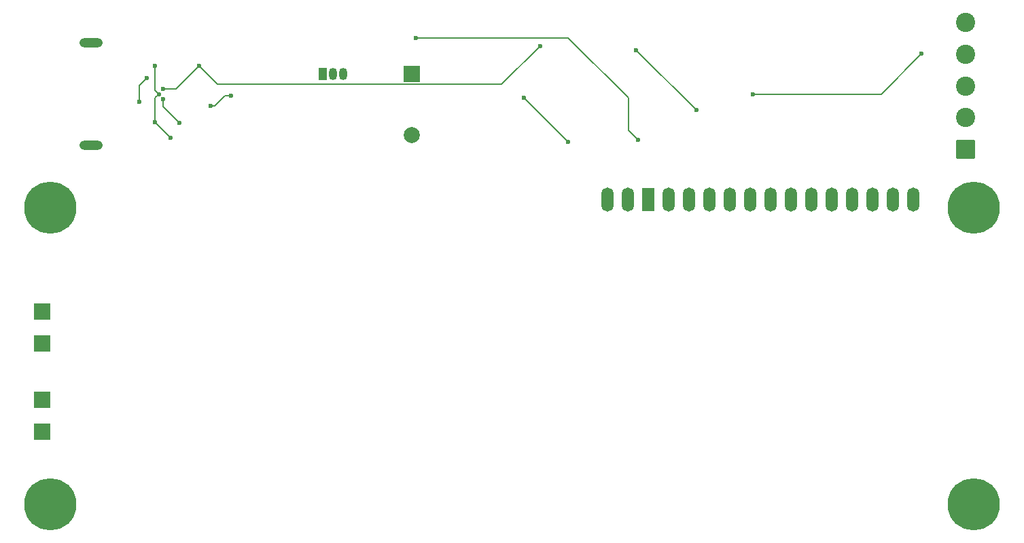
<source format=gbr>
%TF.GenerationSoftware,KiCad,Pcbnew,8.0.3*%
%TF.CreationDate,2024-06-24T16:42:43-03:00*%
%TF.ProjectId,kicad_project,6b696361-645f-4707-926f-6a6563742e6b,rev?*%
%TF.SameCoordinates,Original*%
%TF.FileFunction,Copper,L2,Bot*%
%TF.FilePolarity,Positive*%
%FSLAX46Y46*%
G04 Gerber Fmt 4.6, Leading zero omitted, Abs format (unit mm)*
G04 Created by KiCad (PCBNEW 8.0.3) date 2024-06-24 16:42:43*
%MOMM*%
%LPD*%
G01*
G04 APERTURE LIST*
G04 Aperture macros list*
%AMRoundRect*
0 Rectangle with rounded corners*
0 $1 Rounding radius*
0 $2 $3 $4 $5 $6 $7 $8 $9 X,Y pos of 4 corners*
0 Add a 4 corners polygon primitive as box body*
4,1,4,$2,$3,$4,$5,$6,$7,$8,$9,$2,$3,0*
0 Add four circle primitives for the rounded corners*
1,1,$1+$1,$2,$3*
1,1,$1+$1,$4,$5*
1,1,$1+$1,$6,$7*
1,1,$1+$1,$8,$9*
0 Add four rect primitives between the rounded corners*
20,1,$1+$1,$2,$3,$4,$5,0*
20,1,$1+$1,$4,$5,$6,$7,0*
20,1,$1+$1,$6,$7,$8,$9,0*
20,1,$1+$1,$8,$9,$2,$3,0*%
G04 Aperture macros list end*
%TA.AperFunction,ComponentPad*%
%ADD10C,6.500000*%
%TD*%
%TA.AperFunction,ComponentPad*%
%ADD11R,1.500000X3.000000*%
%TD*%
%TA.AperFunction,ComponentPad*%
%ADD12O,1.500000X3.000000*%
%TD*%
%TA.AperFunction,ComponentPad*%
%ADD13R,2.000000X2.000000*%
%TD*%
%TA.AperFunction,ComponentPad*%
%ADD14R,1.050000X1.500000*%
%TD*%
%TA.AperFunction,ComponentPad*%
%ADD15O,1.050000X1.500000*%
%TD*%
%TA.AperFunction,ComponentPad*%
%ADD16RoundRect,0.250001X0.949999X-0.949999X0.949999X0.949999X-0.949999X0.949999X-0.949999X-0.949999X0*%
%TD*%
%TA.AperFunction,ComponentPad*%
%ADD17C,2.400000*%
%TD*%
%TA.AperFunction,ComponentPad*%
%ADD18O,2.900000X1.200000*%
%TD*%
%TA.AperFunction,ComponentPad*%
%ADD19C,2.000000*%
%TD*%
%TA.AperFunction,ViaPad*%
%ADD20C,0.600000*%
%TD*%
%TA.AperFunction,Conductor*%
%ADD21C,0.200000*%
%TD*%
G04 APERTURE END LIST*
D10*
%TO.P,U1,*%
%TO.N,*%
X87000000Y-87642500D03*
X87000000Y-124642500D03*
X202000000Y-87642500D03*
X202000000Y-124642500D03*
D11*
%TO.P,U1,1,VSS*%
%TO.N,GND*%
X161500000Y-86642500D03*
D12*
%TO.P,U1,2,VDD*%
%TO.N,+3V3*%
X164040000Y-86642500D03*
%TO.P,U1,3,VO*%
%TO.N,Net-(U1-VO)*%
X166580000Y-86642500D03*
%TO.P,U1,4,RS*%
%TO.N,Net-(U1-RS)*%
X169120000Y-86642500D03*
%TO.P,U1,5,R/~{W}*%
%TO.N,Net-(U1-R{slash}~{W})*%
X171660000Y-86642500D03*
%TO.P,U1,6,E*%
%TO.N,Net-(U1-E)*%
X174200000Y-86642500D03*
%TO.P,U1,7,DB0*%
%TO.N,GND*%
X176740000Y-86642500D03*
%TO.P,U1,8,DB1*%
X179280000Y-86642500D03*
%TO.P,U1,9,DB2*%
X181820000Y-86642500D03*
%TO.P,U1,10,DB3*%
X184360000Y-86642500D03*
%TO.P,U1,11,DB4*%
%TO.N,Net-(U1-DB4)*%
X186900000Y-86642500D03*
%TO.P,U1,12,DB5*%
%TO.N,Net-(U1-DB5)*%
X189440000Y-86642500D03*
%TO.P,U1,13,DB6*%
%TO.N,Net-(U1-DB6)*%
X191980000Y-86642500D03*
%TO.P,U1,14,DB7*%
%TO.N,Net-(U1-DB7)*%
X194520000Y-86642500D03*
%TO.P,U1,15,A/VEE*%
%TO.N,Net-(U1-A{slash}VEE)*%
X158960000Y-86642500D03*
%TO.P,U1,16,K*%
%TO.N,GND*%
X156420000Y-86642500D03*
D13*
%TO.P,U1,A1,A1*%
%TO.N,unconnected-(U1-PadA1)*%
X86000000Y-100642500D03*
%TO.P,U1,A2,A2*%
%TO.N,unconnected-(U1-PadA2)*%
X86000000Y-111642500D03*
%TO.P,U1,K1,K1*%
%TO.N,unconnected-(U1-PadK1)*%
X86000000Y-104642500D03*
%TO.P,U1,K2,K2*%
%TO.N,unconnected-(U1-PadK2)*%
X86000000Y-115642500D03*
%TD*%
D14*
%TO.P,Q1,1,E*%
%TO.N,GND*%
X120960000Y-71000000D03*
D15*
%TO.P,Q1,2,B*%
%TO.N,Net-(Q1-B)*%
X122230000Y-71000000D03*
%TO.P,Q1,3,C*%
%TO.N,Net-(BZ1--)*%
X123500000Y-71000000D03*
%TD*%
D16*
%TO.P,J2,1,Pin_1*%
%TO.N,+3V3*%
X200982500Y-80420000D03*
D17*
%TO.P,J2,2,Pin_2*%
%TO.N,GND*%
X200982500Y-76460000D03*
%TO.P,J2,3,Pin_3*%
%TO.N,Net-(J2-Pin_3)*%
X200982500Y-72500000D03*
%TO.P,J2,4,Pin_4*%
%TO.N,Net-(J2-Pin_4)*%
X200982500Y-68540000D03*
%TO.P,J2,5,Pin_5*%
%TO.N,unconnected-(J2-Pin_5-Pad5)*%
X200982500Y-64580000D03*
%TD*%
D18*
%TO.P,J1,5,Shield*%
%TO.N,GND*%
X92040000Y-67100000D03*
X92040000Y-79900000D03*
%TD*%
D13*
%TO.P,BZ1,1,+*%
%TO.N,+5V*%
X132000000Y-71000000D03*
D19*
%TO.P,BZ1,2,-*%
%TO.N,Net-(BZ1--)*%
X132000000Y-78600000D03*
%TD*%
D20*
%TO.N,+3V3*%
X167500000Y-75500000D03*
X160000000Y-68000000D03*
%TO.N,Net-(J2-Pin_4)*%
X195500000Y-68500000D03*
X174500000Y-73500000D03*
%TO.N,GND*%
X151500000Y-79500000D03*
X146000000Y-74000000D03*
%TO.N,+5V*%
X160250000Y-79250000D03*
X132500000Y-66500000D03*
%TO.N,+3V3*%
X148000000Y-67500000D03*
X101000000Y-72850000D03*
%TO.N,Net-(U3-VBUS)*%
X103103555Y-77103555D03*
X101038140Y-74091954D03*
%TO.N,+5V*%
X102000000Y-79000000D03*
%TO.N,Net-(U3-RXD)*%
X109500000Y-73730000D03*
X107000000Y-75000000D03*
%TO.N,+3V3*%
X105500000Y-70000000D03*
%TO.N,+5V*%
X100000000Y-77000000D03*
X100000000Y-70000000D03*
X100500000Y-73500000D03*
%TO.N,Net-(J1-D+)*%
X98050000Y-74500000D03*
X99000000Y-71500000D03*
%TD*%
D21*
%TO.N,+5V*%
X159000000Y-78000000D02*
X159000000Y-74000000D01*
X160250000Y-79250000D02*
X159000000Y-78000000D01*
X151500000Y-66500000D02*
X132500000Y-66500000D01*
X159000000Y-74000000D02*
X151500000Y-66500000D01*
%TO.N,+3V3*%
X167500000Y-75500000D02*
X160000000Y-68000000D01*
%TO.N,Net-(J2-Pin_4)*%
X190500000Y-73500000D02*
X195500000Y-68500000D01*
X174500000Y-73500000D02*
X190500000Y-73500000D01*
%TO.N,GND*%
X151500000Y-79500000D02*
X146000000Y-74000000D01*
%TO.N,+3V3*%
X143200000Y-72300000D02*
X148000000Y-67500000D01*
X107800000Y-72300000D02*
X143200000Y-72300000D01*
X105500000Y-70000000D02*
X107800000Y-72300000D01*
%TO.N,Net-(U3-RXD)*%
X107500000Y-75000000D02*
X107000000Y-75000000D01*
X109500000Y-73730000D02*
X108770000Y-73730000D01*
X108770000Y-73730000D02*
X107500000Y-75000000D01*
%TO.N,+3V3*%
X102650000Y-72850000D02*
X101000000Y-72850000D01*
X105500000Y-70000000D02*
X102650000Y-72850000D01*
%TO.N,Net-(U3-VBUS)*%
X101038140Y-74091954D02*
X101038140Y-75038140D01*
X101038140Y-75038140D02*
X103103555Y-77103555D01*
%TO.N,+5V*%
X100500000Y-73500000D02*
X100000000Y-74000000D01*
X100000000Y-73000000D02*
X100000000Y-70000000D01*
X100000000Y-74000000D02*
X100000000Y-77000000D01*
X100500000Y-73500000D02*
X100000000Y-73000000D01*
X100000000Y-77000000D02*
X102000000Y-79000000D01*
%TO.N,Net-(J1-D+)*%
X98050000Y-72450000D02*
X98050000Y-74500000D01*
X99000000Y-71500000D02*
X98050000Y-72450000D01*
%TD*%
M02*

</source>
